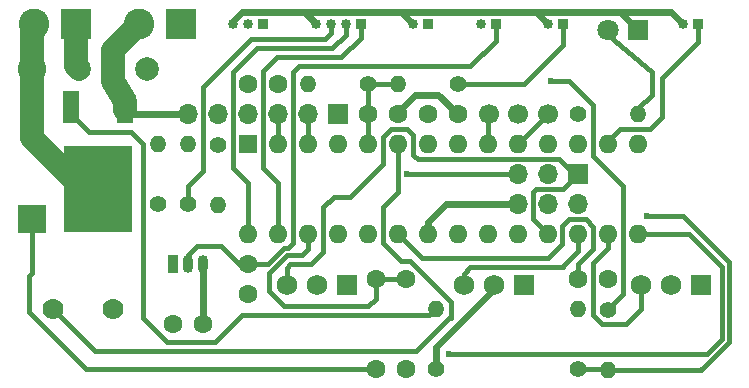
<source format=gbl>
G04 #@! TF.FileFunction,Copper,L2,Bot,Signal*
%FSLAX46Y46*%
G04 Gerber Fmt 4.6, Leading zero omitted, Abs format (unit mm)*
G04 Created by KiCad (PCBNEW 4.0.7) date 07/04/19 20:50:11*
%MOMM*%
%LPD*%
G01*
G04 APERTURE LIST*
%ADD10C,0.100000*%
%ADD11R,1.800000X1.800000*%
%ADD12C,1.800000*%
%ADD13C,1.750000*%
%ADD14R,1.750000X1.750000*%
%ADD15C,2.000000*%
%ADD16R,1.700000X1.700000*%
%ADD17O,1.700000X1.700000*%
%ADD18R,1.600000X1.600000*%
%ADD19O,1.600000X1.600000*%
%ADD20R,2.600000X2.600000*%
%ADD21C,2.600000*%
%ADD22C,1.700000*%
%ADD23R,2.400000X2.400000*%
%ADD24O,2.400000X2.400000*%
%ADD25C,1.778000*%
%ADD26C,1.400000*%
%ADD27O,1.400000X1.400000*%
%ADD28C,1.600000*%
%ADD29O,0.900000X1.500000*%
%ADD30R,0.900000X1.500000*%
%ADD31R,0.850000X0.850000*%
%ADD32C,0.850000*%
%ADD33R,1.400000X2.700000*%
%ADD34R,5.800000X7.400000*%
%ADD35C,0.600000*%
%ADD36C,0.406400*%
%ADD37C,0.609600*%
%ADD38C,2.032000*%
G04 APERTURE END LIST*
D10*
D11*
X90678000Y-88773000D03*
D12*
X88138000Y-88773000D03*
D13*
X90918000Y-110365000D03*
X93458000Y-110365000D03*
D14*
X95998000Y-110365000D03*
D15*
X49128000Y-92075000D03*
X43328000Y-92075000D03*
D16*
X65278000Y-95885000D03*
D17*
X62738000Y-95885000D03*
X60198000Y-95885000D03*
X57658000Y-95885000D03*
X55118000Y-95885000D03*
X52578000Y-95885000D03*
D18*
X57658000Y-98425000D03*
D19*
X90678000Y-106045000D03*
X60198000Y-98425000D03*
X88138000Y-106045000D03*
X62738000Y-98425000D03*
X85598000Y-106045000D03*
X65278000Y-98425000D03*
X83058000Y-106045000D03*
X67818000Y-98425000D03*
X80518000Y-106045000D03*
X70358000Y-98425000D03*
X77978000Y-106045000D03*
X72898000Y-98425000D03*
X75438000Y-106045000D03*
X75438000Y-98425000D03*
X72898000Y-106045000D03*
X77978000Y-98425000D03*
X70358000Y-106045000D03*
X80518000Y-98425000D03*
X67818000Y-106045000D03*
X83058000Y-98425000D03*
X65278000Y-106045000D03*
X85598000Y-98425000D03*
X62738000Y-106045000D03*
X88138000Y-98425000D03*
X60198000Y-106045000D03*
X90678000Y-98425000D03*
X57658000Y-106045000D03*
D20*
X51943000Y-88265000D03*
D21*
X48443000Y-88265000D03*
D20*
X43053000Y-88265000D03*
D21*
X39553000Y-88265000D03*
D22*
X83058000Y-95885000D03*
X80558000Y-95885000D03*
X78058000Y-95885000D03*
D23*
X39370000Y-104775000D03*
D24*
X39370000Y-92075000D03*
D25*
X46228000Y-112395000D03*
X41148000Y-112395000D03*
D26*
X67778000Y-93345000D03*
D27*
X62698000Y-93345000D03*
D26*
X75398000Y-93345000D03*
D27*
X70318000Y-93345000D03*
D28*
X57658000Y-108585000D03*
X57658000Y-111085000D03*
X53848000Y-113665000D03*
X51348000Y-113665000D03*
X67818000Y-95885000D03*
X70318000Y-95885000D03*
D29*
X52578000Y-108585000D03*
X53848000Y-108585000D03*
D30*
X51308000Y-108585000D03*
D28*
X72898000Y-95885000D03*
X75398000Y-95885000D03*
X60198000Y-93345000D03*
X57698000Y-93345000D03*
D26*
X55118000Y-98465000D03*
D27*
X55118000Y-103545000D03*
D28*
X85598000Y-109855000D03*
X88098000Y-109855000D03*
D26*
X88138000Y-112435000D03*
D27*
X88138000Y-117515000D03*
D26*
X85598000Y-117435000D03*
D27*
X85598000Y-112355000D03*
D13*
X75918000Y-110365000D03*
X78458000Y-110365000D03*
D14*
X80998000Y-110365000D03*
D13*
X60918000Y-110365000D03*
X63458000Y-110365000D03*
D14*
X65998000Y-110365000D03*
D26*
X52578000Y-103465000D03*
D27*
X52578000Y-98385000D03*
D26*
X50038000Y-103465000D03*
D27*
X50038000Y-98385000D03*
D26*
X85638000Y-95885000D03*
D27*
X90718000Y-95885000D03*
D28*
X68453000Y-109855000D03*
X68453000Y-117475000D03*
X70993000Y-109855000D03*
X70993000Y-117475000D03*
D26*
X73533000Y-117435000D03*
D27*
X73533000Y-112355000D03*
D16*
X85598000Y-100965000D03*
D17*
X85598000Y-103505000D03*
X83058000Y-100965000D03*
X83058000Y-103505000D03*
X80518000Y-100965000D03*
X80518000Y-103505000D03*
D31*
X78613000Y-88265000D03*
D32*
X77363000Y-88265000D03*
D31*
X67183000Y-88265000D03*
D32*
X65933000Y-88265000D03*
X64683000Y-88265000D03*
X63433000Y-88265000D03*
D31*
X72898000Y-88265000D03*
D32*
X71648000Y-88265000D03*
D31*
X95758000Y-88265000D03*
D32*
X94508000Y-88265000D03*
D31*
X84328000Y-88265000D03*
D32*
X83078000Y-88265000D03*
D31*
X58928000Y-88265000D03*
D32*
X57678000Y-88265000D03*
X56428000Y-88265000D03*
D33*
X42678000Y-95245000D03*
X47238000Y-95245000D03*
D34*
X44958000Y-102227000D03*
D35*
X71120000Y-100965000D03*
X91440000Y-104521000D03*
X74676000Y-116205000D03*
X83312000Y-93091000D03*
D36*
X80518000Y-100965000D02*
X71120000Y-100965000D01*
D37*
X52578000Y-95885000D02*
X47878000Y-95885000D01*
X47878000Y-95885000D02*
X47238000Y-95245000D01*
D38*
X47238000Y-95495000D02*
X47238000Y-94736000D01*
X47238000Y-94736000D02*
X46228000Y-93091000D01*
X46228000Y-93091000D02*
X46228000Y-90480000D01*
X46228000Y-90480000D02*
X48443000Y-88265000D01*
D37*
X89154000Y-87249000D02*
X93492000Y-87249000D01*
X93492000Y-87249000D02*
X94508000Y-88265000D01*
X70612000Y-87249000D02*
X70632000Y-87249000D01*
X70632000Y-87249000D02*
X71648000Y-88265000D01*
X72898000Y-106045000D02*
X72898000Y-105029000D01*
X74422000Y-103505000D02*
X80518000Y-103505000D01*
X72898000Y-105029000D02*
X74422000Y-103505000D01*
X63433000Y-88265000D02*
X63433000Y-88198000D01*
X63433000Y-88198000D02*
X62484000Y-87249000D01*
X83078000Y-88265000D02*
X83058000Y-88265000D01*
X83058000Y-88265000D02*
X82042000Y-87249000D01*
X56428000Y-88265000D02*
X56428000Y-87971000D01*
X56428000Y-87971000D02*
X57150000Y-87249000D01*
X89154000Y-87249000D02*
X90678000Y-88773000D01*
X82042000Y-87249000D02*
X89154000Y-87249000D01*
X57150000Y-87249000D02*
X62484000Y-87249000D01*
X62484000Y-87249000D02*
X70612000Y-87249000D01*
X70612000Y-87249000D02*
X76200000Y-87249000D01*
X73533000Y-117435000D02*
X73533000Y-115570000D01*
X73533000Y-115570000D02*
X78458000Y-110645000D01*
X78458000Y-110645000D02*
X78458000Y-110365000D01*
X70318000Y-95885000D02*
X70318000Y-95671000D01*
X70318000Y-95671000D02*
X71755000Y-94234000D01*
X73747000Y-94234000D02*
X75398000Y-95885000D01*
X71755000Y-94234000D02*
X73747000Y-94234000D01*
X76200000Y-87249000D02*
X82042000Y-87249000D01*
D36*
X95972000Y-117515000D02*
X96012000Y-117475000D01*
X96012000Y-117475000D02*
X96107582Y-117475000D01*
X96107582Y-117475000D02*
X98396402Y-115186180D01*
X98396402Y-115186180D02*
X98396402Y-108429402D01*
X98396402Y-108429402D02*
X94488000Y-104521000D01*
X94488000Y-104521000D02*
X91440000Y-104521000D01*
X95972000Y-117515000D02*
X88138000Y-117515000D01*
X84264500Y-105346500D02*
X84264500Y-106870500D01*
X84264500Y-106870500D02*
X83058000Y-108077000D01*
X83058000Y-108077000D02*
X72390000Y-108077000D01*
X72390000Y-108077000D02*
X70358000Y-106045000D01*
X86868000Y-106807000D02*
X86868000Y-107315000D01*
X86868000Y-105410000D02*
X86868000Y-106807000D01*
X85598000Y-109855000D02*
X85598000Y-108585000D01*
X86868000Y-107315000D02*
X85598000Y-108585000D01*
X86233000Y-104775000D02*
X86868000Y-105410000D01*
X84836000Y-104775000D02*
X86233000Y-104775000D01*
X84264500Y-105346500D02*
X84836000Y-104775000D01*
X85598000Y-117435000D02*
X88058000Y-117435000D01*
X88058000Y-117435000D02*
X88138000Y-117515000D01*
X85598000Y-117435000D02*
X85598000Y-117221000D01*
X65278000Y-106045000D02*
X65278000Y-106172000D01*
X68453000Y-109855000D02*
X70993000Y-109855000D01*
X62738000Y-106045000D02*
X62738000Y-107315000D01*
X68453000Y-111506000D02*
X68453000Y-109855000D01*
X67818000Y-112141000D02*
X68453000Y-111506000D01*
X60706000Y-112141000D02*
X67818000Y-112141000D01*
X59436000Y-110871000D02*
X60706000Y-112141000D01*
X59436000Y-109347000D02*
X59436000Y-110871000D01*
X60960000Y-107823000D02*
X59436000Y-109347000D01*
X62230000Y-107823000D02*
X60960000Y-107823000D01*
X62738000Y-107315000D02*
X62230000Y-107823000D01*
X67183000Y-88265000D02*
X67183000Y-89408000D01*
X60198000Y-101727000D02*
X60198000Y-106045000D01*
X58928000Y-100457000D02*
X60198000Y-101727000D01*
X58928000Y-92202000D02*
X58928000Y-100457000D01*
X60071000Y-91059000D02*
X58928000Y-92202000D01*
X65532000Y-91059000D02*
X60071000Y-91059000D01*
X67183000Y-89408000D02*
X65532000Y-91059000D01*
X65933000Y-88265000D02*
X65933000Y-89134000D01*
X57658000Y-101727000D02*
X57658000Y-106045000D01*
X56388000Y-100457000D02*
X57658000Y-101727000D01*
X56388000Y-92329000D02*
X56388000Y-100457000D01*
X58420000Y-90297000D02*
X56388000Y-92329000D01*
X64770000Y-90297000D02*
X58420000Y-90297000D01*
X65933000Y-89134000D02*
X64770000Y-90297000D01*
X42678000Y-95245000D02*
X42678000Y-95891000D01*
X42678000Y-95891000D02*
X44196000Y-97409000D01*
X44196000Y-97409000D02*
X47752000Y-97409000D01*
X47752000Y-97409000D02*
X48768000Y-98425000D01*
X48768000Y-98425000D02*
X48768000Y-113157000D01*
X74676000Y-116205000D02*
X89408000Y-116205000D01*
X94996000Y-106045000D02*
X90678000Y-106045000D01*
X97790000Y-108839000D02*
X94996000Y-106045000D01*
X97790000Y-114935000D02*
X97790000Y-108839000D01*
X96520000Y-116205000D02*
X97790000Y-114935000D01*
X89408000Y-116205000D02*
X96520000Y-116205000D01*
X72985000Y-112903000D02*
X73533000Y-112355000D01*
X57150000Y-112903000D02*
X72985000Y-112903000D01*
X54864000Y-115189000D02*
X57150000Y-112903000D01*
X50800000Y-115189000D02*
X54864000Y-115189000D01*
X48768000Y-113157000D02*
X50800000Y-115189000D01*
X42678000Y-95495000D02*
X42678000Y-95510000D01*
X42678000Y-95495000D02*
X42790000Y-95495000D01*
X42678000Y-95495000D02*
X42678000Y-96145000D01*
X88138000Y-98425000D02*
X88138000Y-98171000D01*
X88138000Y-98171000D02*
X89154000Y-97155000D01*
X89154000Y-97155000D02*
X91694000Y-97155000D01*
X91694000Y-97155000D02*
X92710000Y-96139000D01*
X92710000Y-96139000D02*
X92710000Y-92837000D01*
X92710000Y-92837000D02*
X95758000Y-89789000D01*
X95758000Y-89789000D02*
X95758000Y-88265000D01*
X45339000Y-115951000D02*
X44704000Y-115951000D01*
X74676000Y-113157000D02*
X71882000Y-115951000D01*
X71882000Y-115951000D02*
X67818000Y-115951000D01*
X74803000Y-113157000D02*
X74676000Y-113157000D01*
X67818000Y-115951000D02*
X45339000Y-115951000D01*
X44704000Y-115951000D02*
X41148000Y-112395000D01*
X70358000Y-102489000D02*
X69088000Y-103759000D01*
X69088000Y-103759000D02*
X69088000Y-106807000D01*
X69088000Y-106807000D02*
X70612000Y-108331000D01*
X70612000Y-108331000D02*
X71374000Y-108331000D01*
X71374000Y-108331000D02*
X71628000Y-108585000D01*
X70358000Y-98425000D02*
X70358000Y-102235000D01*
X74803000Y-111760000D02*
X74803000Y-113157000D01*
X74803000Y-113157000D02*
X74803000Y-113030000D01*
X71628000Y-108585000D02*
X74803000Y-111760000D01*
X70358000Y-102235000D02*
X70358000Y-102489000D01*
X67778000Y-93345000D02*
X70318000Y-93345000D01*
X67818000Y-95885000D02*
X67818000Y-93385000D01*
X67818000Y-93385000D02*
X67778000Y-93345000D01*
X67818000Y-98425000D02*
X67818000Y-95885000D01*
X64008000Y-106807000D02*
X64008000Y-107569000D01*
X83947000Y-99695000D02*
X72009000Y-99695000D01*
X72009000Y-99695000D02*
X71628000Y-99314000D01*
X71628000Y-99314000D02*
X71628000Y-97663000D01*
X71628000Y-97663000D02*
X71120000Y-97155000D01*
X71120000Y-97155000D02*
X69723000Y-97155000D01*
X69723000Y-97155000D02*
X69088000Y-97790000D01*
X69088000Y-97790000D02*
X69088000Y-100076000D01*
X69088000Y-100076000D02*
X66294000Y-102870000D01*
X66294000Y-102870000D02*
X64897000Y-102870000D01*
X64897000Y-102870000D02*
X64008000Y-103759000D01*
X85217000Y-100965000D02*
X83947000Y-99695000D01*
X64008000Y-103759000D02*
X64008000Y-106807000D01*
X60918000Y-108881000D02*
X60918000Y-110365000D01*
X61214000Y-108585000D02*
X60918000Y-108881000D01*
X62992000Y-108585000D02*
X61214000Y-108585000D01*
X64008000Y-107569000D02*
X62992000Y-108585000D01*
X60918000Y-109897000D02*
X60918000Y-110365000D01*
X85598000Y-100965000D02*
X85217000Y-100965000D01*
X84328000Y-102235000D02*
X82677000Y-102235000D01*
X85598000Y-100965000D02*
X84328000Y-102235000D01*
X81788000Y-104775000D02*
X83058000Y-106045000D01*
X81788000Y-102489000D02*
X81788000Y-104775000D01*
X82042000Y-102235000D02*
X81788000Y-102489000D01*
X82677000Y-102235000D02*
X82042000Y-102235000D01*
X83058000Y-106045000D02*
X83185000Y-106045000D01*
D37*
X53848000Y-108585000D02*
X53848000Y-113665000D01*
D36*
X52578000Y-103465000D02*
X52578000Y-101981000D01*
X52578000Y-101981000D02*
X53848000Y-100711000D01*
X53848000Y-100711000D02*
X53848000Y-93599000D01*
X53848000Y-93599000D02*
X57912000Y-89535000D01*
X57912000Y-89535000D02*
X64135000Y-89535000D01*
X64135000Y-89535000D02*
X64683000Y-88987000D01*
X64683000Y-88987000D02*
X64683000Y-88265000D01*
X90718000Y-95885000D02*
X90718000Y-95337000D01*
X90718000Y-95337000D02*
X91821000Y-94234000D01*
X91821000Y-94234000D02*
X91821000Y-92329000D01*
X91821000Y-92329000D02*
X88138000Y-89154000D01*
X88138000Y-89154000D02*
X88138000Y-88773000D01*
X77978000Y-98425000D02*
X77978000Y-95965000D01*
X77978000Y-95965000D02*
X78058000Y-95885000D01*
X80518000Y-98425000D02*
X83058000Y-95885000D01*
X75918000Y-110365000D02*
X75918000Y-109375000D01*
X84328000Y-108839000D02*
X84328000Y-108712000D01*
X84201000Y-108839000D02*
X84328000Y-108839000D01*
X76454000Y-108839000D02*
X84201000Y-108839000D01*
X75918000Y-109375000D02*
X76454000Y-108839000D01*
X84328000Y-108712000D02*
X85598000Y-107442000D01*
X85598000Y-107442000D02*
X85598000Y-106045000D01*
X90910000Y-112373000D02*
X90910000Y-110373000D01*
X90910000Y-110373000D02*
X90918000Y-110365000D01*
X88138000Y-106045000D02*
X88138000Y-107188000D01*
X89618000Y-113665000D02*
X90910000Y-112373000D01*
X90910000Y-112373000D02*
X90918000Y-112365000D01*
X87630000Y-113665000D02*
X89618000Y-113665000D01*
X86868000Y-112903000D02*
X87630000Y-113665000D01*
X86868000Y-108458000D02*
X86868000Y-112903000D01*
X88138000Y-107188000D02*
X86868000Y-108458000D01*
X88138000Y-106045000D02*
X88138000Y-106553000D01*
X60198000Y-98425000D02*
X60198000Y-95885000D01*
X62738000Y-98425000D02*
X62738000Y-95885000D01*
X75398000Y-93345000D02*
X81026000Y-93345000D01*
X84328000Y-90043000D02*
X84328000Y-88265000D01*
X81026000Y-93345000D02*
X84328000Y-90043000D01*
X75398000Y-93345000D02*
X75438000Y-93345000D01*
X89408000Y-103505000D02*
X89408000Y-101981000D01*
X89408000Y-111125000D02*
X89408000Y-103505000D01*
X88138000Y-112395000D02*
X89408000Y-111125000D01*
X84836000Y-93091000D02*
X83312000Y-93091000D01*
X86868000Y-95123000D02*
X84836000Y-93091000D01*
X86868000Y-99441000D02*
X86868000Y-95123000D01*
X89408000Y-101981000D02*
X86868000Y-99441000D01*
X88138000Y-112435000D02*
X88138000Y-112395000D01*
X88138000Y-112435000D02*
X88479000Y-112435000D01*
D38*
X43053000Y-88265000D02*
X43053000Y-91800000D01*
X43053000Y-91800000D02*
X43328000Y-92075000D01*
D36*
X68453000Y-117475000D02*
X43942000Y-117475000D01*
X39370000Y-109347000D02*
X39370000Y-104775000D01*
X39116000Y-109601000D02*
X39370000Y-109347000D01*
X39116000Y-112649000D02*
X39116000Y-109601000D01*
X43942000Y-117475000D02*
X39116000Y-112649000D01*
X39370000Y-104775000D02*
X40259000Y-104775000D01*
D38*
X39370000Y-92075000D02*
X39370000Y-88448000D01*
X39370000Y-88448000D02*
X39553000Y-88265000D01*
X44958000Y-101795000D02*
X43248000Y-101795000D01*
X43248000Y-101795000D02*
X39370000Y-97917000D01*
X39370000Y-97917000D02*
X39370000Y-92075000D01*
D36*
X70612000Y-91821000D02*
X76454000Y-91821000D01*
X59340418Y-108585000D02*
X60708820Y-107216598D01*
X60708820Y-107216598D02*
X61058402Y-107216598D01*
X61058402Y-107216598D02*
X61468000Y-106807000D01*
X61468000Y-106807000D02*
X61468000Y-92329000D01*
X61976000Y-91821000D02*
X61468000Y-92329000D01*
X70612000Y-91821000D02*
X61976000Y-91821000D01*
X57658000Y-108585000D02*
X59340418Y-108585000D01*
X78613000Y-89662000D02*
X78613000Y-88265000D01*
X76454000Y-91821000D02*
X78613000Y-89662000D01*
X57658000Y-108585000D02*
X56896000Y-108585000D01*
X56896000Y-108585000D02*
X55372000Y-107061000D01*
X52578000Y-107823000D02*
X52578000Y-108585000D01*
X53340000Y-107061000D02*
X52578000Y-107823000D01*
X55372000Y-107061000D02*
X53340000Y-107061000D01*
M02*

</source>
